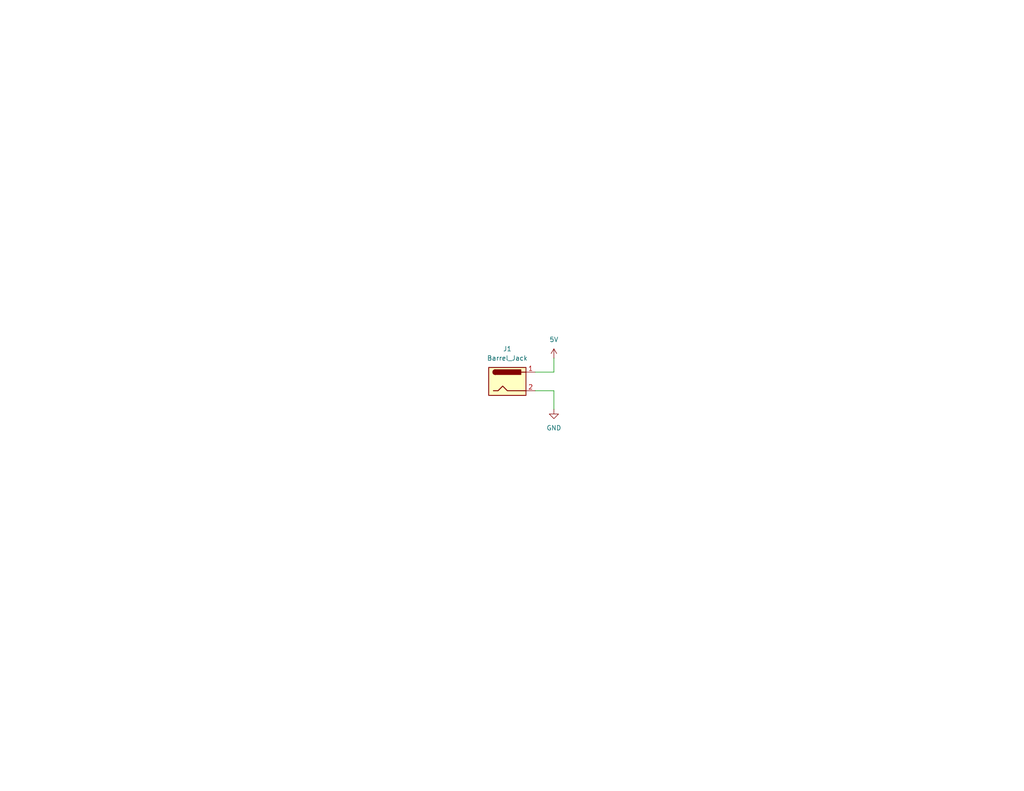
<source format=kicad_sch>
(kicad_sch (version 20231120) (generator "eeschema") (generator_version "8.0")
  (paper "A")
  (title_block (title "65C02 Single Board Computer") (rev "Mk. 0"))
  (lib_symbols
    (symbol "Connector:Barrel_Jack" (pin_names (offset 1.016))
      (property "Reference" "J" (at 0 5.334 0))
      (property "Value" "Barrel_Jack" (at 0 -5.08 0))
      (symbol "Barrel_Jack_0_1"
        (rectangle (start -5.08 3.81) (end 5.08 -3.81) (stroke (width 0.254)) (fill (type background)))
        (arc (start -3.302 3.175) (mid -3.9343 2.54) (end -3.302 1.905) (stroke (width 0.254)))
        (arc (start -3.302 3.175) (mid -3.9343 2.54) (end -3.302 1.905) (stroke (width 0.254)) (fill (type outline)))
        (polyline (pts (xy 5.08 2.54) (xy 3.81 2.54)) (stroke (width 0.254)))
        (polyline (pts (xy -3.81 -2.54) (xy -2.54 -2.54) (xy -1.27 -1.27) (xy 0 -2.54) (xy 2.54 -2.54) (xy 5.08 -2.54)) (stroke (width 0.254)))
        (rectangle (start 3.683 3.175) (end -3.302 1.905) (stroke (width 0.254)) (fill (type outline)))
      )
      (symbol "Barrel_Jack_1_1"
        (pin passive line (at 7.62 2.54 180) (length 2.54) (name "~") (number "1"))
        (pin passive line (at 7.62 -2.54 180) (length 2.54) (name "~") (number "2"))
      )
    )
    (symbol "power:GND" (power) (pin_numbers hide) (pin_names (offset 0) hide)
      (property "Value" "GND" (at 0 -3.81 0))
      (symbol "GND_0_1"
        (polyline (pts (xy 0 0) (xy 0 -1.27) (xy 1.27 -1.27) (xy 0 -2.54) (xy -1.27 -1.27) (xy 0 -1.27)))
      )
      (symbol "GND_1_1"
        (pin power_in line (at 0 0 270) (length 0) (name "~") (number "1"))
      )
    )
    (symbol "power:VDC" (power) (pin_numbers hide) (pin_names (offset 0) hide)
      (property "Value" "VDC" (at 0 3.556 0))
      (symbol "VDC_0_1"
        (polyline (pts (xy -0.762 1.27) (xy 0 2.54)))
        (polyline (pts (xy 0 0) (xy 0 2.54)))
        (polyline (pts (xy 0 2.54) (xy 0.762 1.27)))
      )
      (symbol "VDC_1_1"
        (pin power_in line (at 0 0 90) (length 0) (name "~") (number "1"))
      )
    )
  )
  (wire (pts (xy 151.13 106.68) (xy 151.13 111.76)))
  (wire (pts (xy 146.05 106.68) (xy 151.13 106.68)))
  (wire (pts (xy 151.13 101.6) (xy 151.13 97.79)))
  (wire (pts (xy 146.05 101.6) (xy 151.13 101.6)))
  (symbol (lib_id "power:GND") (at 151.13 111.76 0) (unit 1)
    (property "Reference" "#PWR05" (effects (hide yes)))
    (property "Value" "GND" (at 151.13 116.84 0))
    (property "Description" "Power symbol creates a global label with name \"GND\" , ground" (effects (hide yes)))
  )
  (symbol (lib_id "Connector:Barrel_Jack") (at 138.43 104.14 0) (unit 1)
    (property "Reference" "J1" (at 138.43 95.25 0))
    (property "Value" "Barrel_Jack" (at 138.43 97.79 0))
    (property "Description" "DC Barrel Jack" (effects (hide yes)))
  )
  (symbol (lib_id "power:VDC") (at 151.13 97.79 0) (unit 1)
    (property "Reference" "#PWR04" (effects (hide yes)))
    (property "Value" "5V" (at 151.13 92.71 0))
    (property "Description" "Power symbol creates a global label with name \"VDC\"" (effects (hide yes)))
  )
)
</source>
